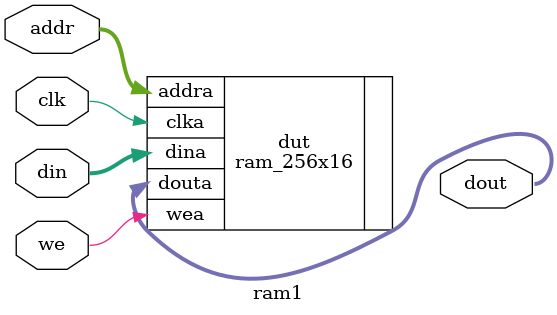
<source format=v>
`timescale 1ns / 1ps
/****************************** C E C S  3 0 1 ******************************
 * 
 * File Name:  ram1.v
 * Project:    Lab 8
 * Designer:   Nolan Mey
 * Email:      nolanmey365@yahoo.com
 * Rev. No.:   Version 1.2
 * Rev. Date:  5/2/2016
 *
 * Purpose:	This stores 256 16-bit values.
 *         
 * Notes: This was copied from the Verilog Instantiation Template file created
 *			 in Coregen with the COE file provided by Professor Allison.
 *
 *			 REV UPDATE v1.2 (5/2/2016)
 *			 	Changed the Coregen file with the lab 8 files provided by
 *			 	Professor Allison.
 *
 ****************************************************************************/
module ram1(
    input clk,
    input we,
    input [7:0] addr,
    input [15:0] din,
    output [15:0] dout
    );

	//----------- Begin Cut here for INSTANTIATION Template ---// INST_TAG
	ram_256x16 dut (
	  .clka(clk), // input clka
	  .wea(we), // input [0 : 0] wea
	  .addra(addr), // input [7 : 0] addra
	  .dina(din), // input [15 : 0] dina
	  .douta(dout) // output [15 : 0] douta
	);
	// INST_TAG_END ------ End INSTANTIATION Template ---------

endmodule

</source>
